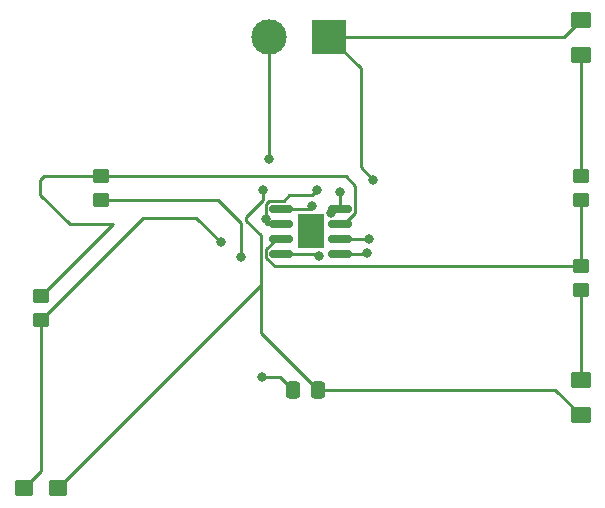
<source format=gbr>
%TF.GenerationSoftware,KiCad,Pcbnew,(6.0.10-0)*%
%TF.CreationDate,2023-02-17T12:21:21-08:00*%
%TF.ProjectId,Exercise 2,45786572-6369-4736-9520-322e6b696361,rev?*%
%TF.SameCoordinates,Original*%
%TF.FileFunction,Copper,L1,Top*%
%TF.FilePolarity,Positive*%
%FSLAX46Y46*%
G04 Gerber Fmt 4.6, Leading zero omitted, Abs format (unit mm)*
G04 Created by KiCad (PCBNEW (6.0.10-0)) date 2023-02-17 12:21:21*
%MOMM*%
%LPD*%
G01*
G04 APERTURE LIST*
G04 Aperture macros list*
%AMRoundRect*
0 Rectangle with rounded corners*
0 $1 Rounding radius*
0 $2 $3 $4 $5 $6 $7 $8 $9 X,Y pos of 4 corners*
0 Add a 4 corners polygon primitive as box body*
4,1,4,$2,$3,$4,$5,$6,$7,$8,$9,$2,$3,0*
0 Add four circle primitives for the rounded corners*
1,1,$1+$1,$2,$3*
1,1,$1+$1,$4,$5*
1,1,$1+$1,$6,$7*
1,1,$1+$1,$8,$9*
0 Add four rect primitives between the rounded corners*
20,1,$1+$1,$2,$3,$4,$5,0*
20,1,$1+$1,$4,$5,$6,$7,0*
20,1,$1+$1,$6,$7,$8,$9,0*
20,1,$1+$1,$8,$9,$2,$3,0*%
G04 Aperture macros list end*
%TA.AperFunction,SMDPad,CuDef*%
%ADD10RoundRect,0.250001X0.624999X-0.462499X0.624999X0.462499X-0.624999X0.462499X-0.624999X-0.462499X0*%
%TD*%
%TA.AperFunction,SMDPad,CuDef*%
%ADD11RoundRect,0.150000X-0.825000X-0.150000X0.825000X-0.150000X0.825000X0.150000X-0.825000X0.150000X0*%
%TD*%
%TA.AperFunction,SMDPad,CuDef*%
%ADD12R,2.290000X3.000000*%
%TD*%
%TA.AperFunction,SMDPad,CuDef*%
%ADD13RoundRect,0.250000X0.450000X-0.350000X0.450000X0.350000X-0.450000X0.350000X-0.450000X-0.350000X0*%
%TD*%
%TA.AperFunction,SMDPad,CuDef*%
%ADD14RoundRect,0.250000X-0.450000X0.350000X-0.450000X-0.350000X0.450000X-0.350000X0.450000X0.350000X0*%
%TD*%
%TA.AperFunction,SMDPad,CuDef*%
%ADD15RoundRect,0.250000X-0.337500X-0.475000X0.337500X-0.475000X0.337500X0.475000X-0.337500X0.475000X0*%
%TD*%
%TA.AperFunction,SMDPad,CuDef*%
%ADD16RoundRect,0.250000X-0.537500X-0.425000X0.537500X-0.425000X0.537500X0.425000X-0.537500X0.425000X0*%
%TD*%
%TA.AperFunction,ComponentPad*%
%ADD17R,3.000000X3.000000*%
%TD*%
%TA.AperFunction,ComponentPad*%
%ADD18C,3.000000*%
%TD*%
%TA.AperFunction,ViaPad*%
%ADD19C,0.800000*%
%TD*%
%TA.AperFunction,Conductor*%
%ADD20C,0.250000*%
%TD*%
G04 APERTURE END LIST*
D10*
%TO.P,D2,1,K*%
%TO.N,GND*%
X160020000Y-105627500D03*
%TO.P,D2,2,A*%
%TO.N,Net-(D2-Pad2)*%
X160020000Y-102652500D03*
%TD*%
D11*
%TO.P,U1,1,GND*%
%TO.N,GND*%
X134685000Y-88105000D03*
%TO.P,U1,2,TR*%
%TO.N,/pin_2*%
X134685000Y-89375000D03*
%TO.P,U1,3,Q*%
%TO.N,/pin_3*%
X134685000Y-90645000D03*
%TO.P,U1,4,R*%
%TO.N,+9V*%
X134685000Y-91915000D03*
%TO.P,U1,5,CV*%
%TO.N,Net-(C2-Pad1)*%
X139635000Y-91915000D03*
%TO.P,U1,6,THR*%
%TO.N,/pin_2*%
X139635000Y-90645000D03*
%TO.P,U1,7,DIS*%
%TO.N,/pin_7*%
X139635000Y-89375000D03*
%TO.P,U1,8,VCC*%
%TO.N,+9V*%
X139635000Y-88105000D03*
D12*
%TO.P,U1,9*%
%TO.N,N/C*%
X137160000Y-90010000D03*
%TD*%
D13*
%TO.P,R1,1*%
%TO.N,+9V*%
X119380000Y-87360000D03*
%TO.P,R1,2*%
%TO.N,/pin_7*%
X119380000Y-85360000D03*
%TD*%
D14*
%TO.P,R2,1*%
%TO.N,/pin_7*%
X114300000Y-95520000D03*
%TO.P,R2,2*%
%TO.N,/pin_2*%
X114300000Y-97520000D03*
%TD*%
D15*
%TO.P,C2,1*%
%TO.N,Net-(C2-Pad1)*%
X135662500Y-103470000D03*
%TO.P,C2,2*%
%TO.N,GND*%
X137737500Y-103470000D03*
%TD*%
D16*
%TO.P,C1,1*%
%TO.N,/pin_2*%
X112862500Y-111760000D03*
%TO.P,C1,2*%
%TO.N,GND*%
X115737500Y-111760000D03*
%TD*%
D14*
%TO.P,R4,1*%
%TO.N,/pin_3*%
X160020000Y-92980000D03*
%TO.P,R4,2*%
%TO.N,Net-(D2-Pad2)*%
X160020000Y-94980000D03*
%TD*%
D17*
%TO.P,J1,1,Pin_1*%
%TO.N,+9V*%
X138750000Y-73575000D03*
D18*
%TO.P,J1,2,Pin_2*%
%TO.N,GND*%
X133670000Y-73575000D03*
%TD*%
D14*
%TO.P,R3,1*%
%TO.N,Net-(D1-Pad1)*%
X160020000Y-85360000D03*
%TO.P,R3,2*%
%TO.N,/pin_3*%
X160020000Y-87360000D03*
%TD*%
D10*
%TO.P,D1,1,K*%
%TO.N,Net-(D1-Pad1)*%
X160020000Y-75147500D03*
%TO.P,D1,2,A*%
%TO.N,+9V*%
X160020000Y-72172500D03*
%TD*%
D19*
%TO.N,GND*%
X133670000Y-83895000D03*
X133100000Y-86500000D03*
X137275000Y-87910498D03*
%TO.N,/pin_2*%
X142070000Y-90645000D03*
X133385000Y-89015000D03*
X137725000Y-86525000D03*
X129550000Y-90975000D03*
%TO.N,+9V*%
X131225000Y-92225000D03*
X138902900Y-88466200D03*
X139650000Y-86700000D03*
X137825000Y-92109502D03*
X142437500Y-85662500D03*
%TO.N,Net-(C2-Pad1)*%
X141900000Y-91875000D03*
X133025000Y-102375000D03*
%TD*%
D20*
%TO.N,GND*%
X137737500Y-103470000D02*
X132935000Y-98667500D01*
X131700000Y-88806853D02*
X133100000Y-87406853D01*
X133670000Y-73575000D02*
X133670000Y-83895000D01*
X132935000Y-90375457D02*
X131700000Y-89140457D01*
X132935000Y-94562500D02*
X132935000Y-90375457D01*
X115737500Y-111760000D02*
X132935000Y-94562500D01*
X137737500Y-103470000D02*
X157862500Y-103470000D01*
X157862500Y-103470000D02*
X160020000Y-105627500D01*
X133100000Y-87406853D02*
X133100000Y-86500000D01*
X131700000Y-89140457D02*
X131700000Y-88806853D01*
X137080498Y-88105000D02*
X137275000Y-87910498D01*
X132935000Y-98667500D02*
X132935000Y-90748249D01*
X134685000Y-88105000D02*
X137080498Y-88105000D01*
%TO.N,/pin_2*%
X135351396Y-87000000D02*
X137250000Y-87000000D01*
X133385000Y-87758249D02*
X133663249Y-87480000D01*
X127475000Y-88900000D02*
X129550000Y-90975000D01*
X114300000Y-97520000D02*
X122920000Y-88900000D01*
X137250000Y-87000000D02*
X137725000Y-86525000D01*
X114300000Y-97520000D02*
X114300000Y-110322500D01*
X122920000Y-88900000D02*
X127475000Y-88900000D01*
X114300000Y-110322500D02*
X112862500Y-111760000D01*
X134871396Y-87480000D02*
X135351396Y-87000000D01*
X134685000Y-89375000D02*
X133385000Y-89375000D01*
X139635000Y-90645000D02*
X142070000Y-90645000D01*
X133385000Y-89375000D02*
X133385000Y-89015000D01*
X133385000Y-89015000D02*
X133385000Y-87758249D01*
X133663249Y-87480000D02*
X134871396Y-87480000D01*
%TO.N,/pin_3*%
X134103249Y-92980000D02*
X133385000Y-92261751D01*
X133385000Y-92261751D02*
X133385000Y-91568249D01*
X160020000Y-87360000D02*
X160020000Y-92980000D01*
X134308249Y-90645000D02*
X134685000Y-90645000D01*
X160020000Y-92980000D02*
X134103249Y-92980000D01*
X133385000Y-91568249D02*
X134308249Y-90645000D01*
%TO.N,+9V*%
X131225000Y-89301853D02*
X131225000Y-92225000D01*
X138750000Y-73575000D02*
X141385000Y-76210000D01*
X141385000Y-84610000D02*
X142437500Y-85662500D01*
X158617500Y-73575000D02*
X160020000Y-72172500D01*
X139635000Y-88105000D02*
X139650000Y-88090000D01*
X139635000Y-88105000D02*
X139264100Y-88105000D01*
X138750000Y-73575000D02*
X158617500Y-73575000D01*
X134685000Y-91915000D02*
X137630498Y-91915000D01*
X141385000Y-76210000D02*
X141385000Y-84610000D01*
X139264100Y-88105000D02*
X138902900Y-88466200D01*
X139650000Y-88090000D02*
X139650000Y-86700000D01*
X129283147Y-87360000D02*
X131225000Y-89301853D01*
X137630498Y-91915000D02*
X137825000Y-92109502D01*
X119380000Y-87360000D02*
X129283147Y-87360000D01*
%TO.N,Net-(C2-Pad1)*%
X134567500Y-102375000D02*
X133025000Y-102375000D01*
X135662500Y-103470000D02*
X134567500Y-102375000D01*
X139635000Y-91915000D02*
X141860000Y-91915000D01*
X141900000Y-91875000D02*
X141860000Y-91915000D01*
%TO.N,/pin_7*%
X140110000Y-85360000D02*
X140935000Y-86185000D01*
X114590000Y-85360000D02*
X119380000Y-85360000D01*
X114275000Y-86925000D02*
X114275000Y-85675000D01*
X140935000Y-86185000D02*
X140935000Y-88451751D01*
X116765000Y-89415000D02*
X114275000Y-86925000D01*
X114300000Y-95520000D02*
X120405000Y-89415000D01*
X119380000Y-85360000D02*
X140110000Y-85360000D01*
X120405000Y-89415000D02*
X116765000Y-89415000D01*
X140935000Y-88451751D02*
X140011751Y-89375000D01*
X114275000Y-85675000D02*
X114590000Y-85360000D01*
X140011751Y-89375000D02*
X139635000Y-89375000D01*
%TO.N,Net-(D1-Pad1)*%
X160020000Y-75147500D02*
X160020000Y-85360000D01*
%TO.N,Net-(D2-Pad2)*%
X160020000Y-94980000D02*
X160020000Y-102652500D01*
%TD*%
M02*

</source>
